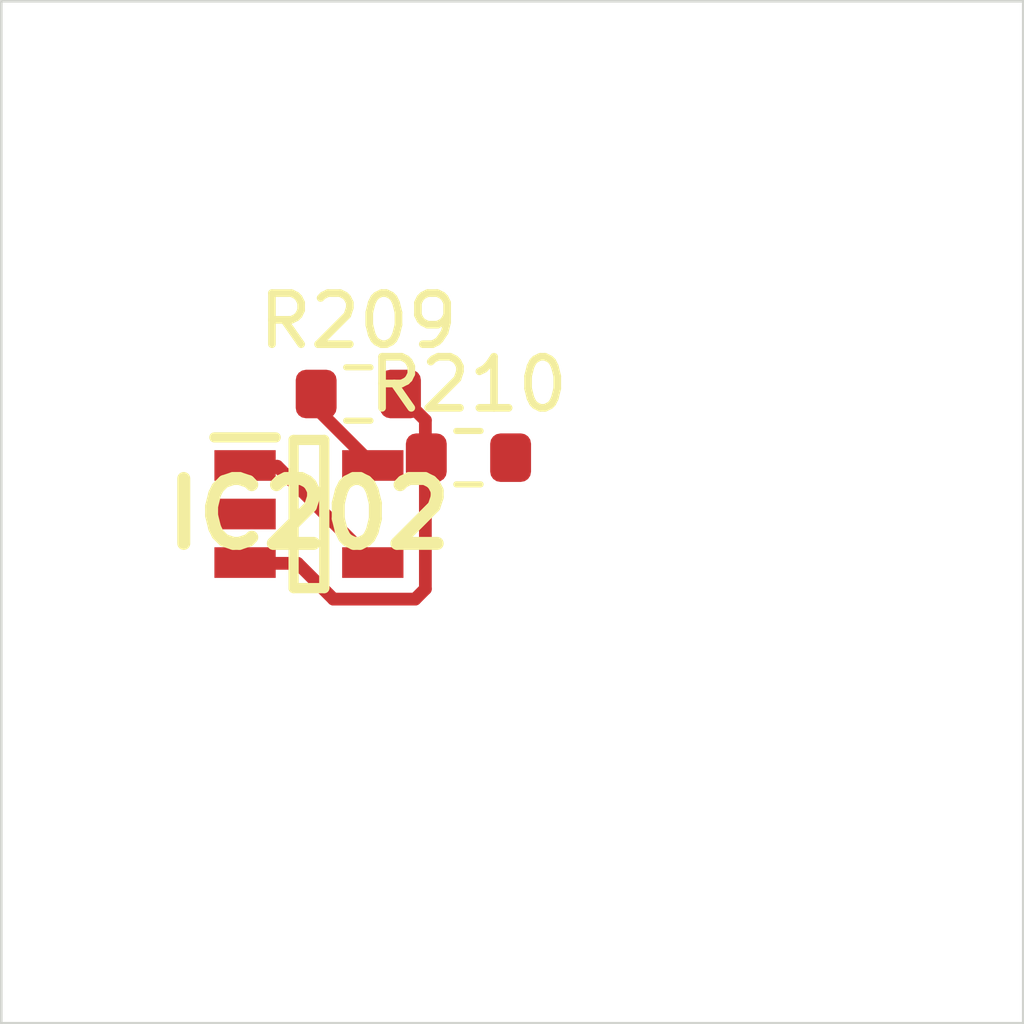
<source format=kicad_pcb>
 ( kicad_pcb  ( version 20171130 )
 ( host pcbnew 5.1.12-84ad8e8a86~92~ubuntu18.04.1 )
 ( general  ( thickness 1.6 )
 ( drawings 4 )
 ( tracks 0 )
 ( zones 0 )
 ( modules 3 )
 ( nets 5 )
)
 ( page A4 )
 ( layers  ( 0 F.Cu signal )
 ( 31 B.Cu signal )
 ( 32 B.Adhes user )
 ( 33 F.Adhes user )
 ( 34 B.Paste user )
 ( 35 F.Paste user )
 ( 36 B.SilkS user )
 ( 37 F.SilkS user )
 ( 38 B.Mask user )
 ( 39 F.Mask user )
 ( 40 Dwgs.User user )
 ( 41 Cmts.User user )
 ( 42 Eco1.User user )
 ( 43 Eco2.User user )
 ( 44 Edge.Cuts user )
 ( 45 Margin user )
 ( 46 B.CrtYd user )
 ( 47 F.CrtYd user )
 ( 48 B.Fab user )
 ( 49 F.Fab user )
)
 ( setup  ( last_trace_width 0.25 )
 ( trace_clearance 0.2 )
 ( zone_clearance 0.508 )
 ( zone_45_only no )
 ( trace_min 0.2 )
 ( via_size 0.8 )
 ( via_drill 0.4 )
 ( via_min_size 0.4 )
 ( via_min_drill 0.3 )
 ( uvia_size 0.3 )
 ( uvia_drill 0.1 )
 ( uvias_allowed no )
 ( uvia_min_size 0.2 )
 ( uvia_min_drill 0.1 )
 ( edge_width 0.05 )
 ( segment_width 0.2 )
 ( pcb_text_width 0.3 )
 ( pcb_text_size 1.5 1.5 )
 ( mod_edge_width 0.12 )
 ( mod_text_size 1 1 )
 ( mod_text_width 0.15 )
 ( pad_size 1.524 1.524 )
 ( pad_drill 0.762 )
 ( pad_to_mask_clearance 0 )
 ( aux_axis_origin 0 0 )
 ( visible_elements FFFFFF7F )
 ( pcbplotparams  ( layerselection 0x010fc_ffffffff )
 ( usegerberextensions false )
 ( usegerberattributes true )
 ( usegerberadvancedattributes true )
 ( creategerberjobfile true )
 ( excludeedgelayer true )
 ( linewidth 0.100000 )
 ( plotframeref false )
 ( viasonmask false )
 ( mode 1 )
 ( useauxorigin false )
 ( hpglpennumber 1 )
 ( hpglpenspeed 20 )
 ( hpglpendiameter 15.000000 )
 ( psnegative false )
 ( psa4output false )
 ( plotreference true )
 ( plotvalue true )
 ( plotinvisibletext false )
 ( padsonsilk false )
 ( subtractmaskfromsilk false )
 ( outputformat 1 )
 ( mirror false )
 ( drillshape 1 )
 ( scaleselection 1 )
 ( outputdirectory "" )
)
)
 ( net 0 "" )
 ( net 1 GND )
 ( net 2 VDDA )
 ( net 3 /Sheet6235D886/vp )
 ( net 4 "Net-(IC202-Pad3)" )
 ( net_class Default "This is the default net class."  ( clearance 0.2 )
 ( trace_width 0.25 )
 ( via_dia 0.8 )
 ( via_drill 0.4 )
 ( uvia_dia 0.3 )
 ( uvia_drill 0.1 )
 ( add_net /Sheet6235D886/vp )
 ( add_net GND )
 ( add_net "Net-(IC202-Pad3)" )
 ( add_net VDDA )
)
 ( module SOT95P280X145-5N locked  ( layer F.Cu )
 ( tedit 62336ED7 )
 ( tstamp 623423ED )
 ( at 86.020900 110.035000 )
 ( descr DBV0005A )
 ( tags "Integrated Circuit" )
 ( path /6235D887/6266C08E )
 ( attr smd )
 ( fp_text reference IC202  ( at 0 0 )
 ( layer F.SilkS )
 ( effects  ( font  ( size 1.27 1.27 )
 ( thickness 0.254 )
)
)
)
 ( fp_text value TL071HIDBVR  ( at 0 0 )
 ( layer F.SilkS )
hide  ( effects  ( font  ( size 1.27 1.27 )
 ( thickness 0.254 )
)
)
)
 ( fp_line  ( start -1.85 -1.5 )
 ( end -0.65 -1.5 )
 ( layer F.SilkS )
 ( width 0.2 )
)
 ( fp_line  ( start -0.3 1.45 )
 ( end -0.3 -1.45 )
 ( layer F.SilkS )
 ( width 0.2 )
)
 ( fp_line  ( start 0.3 1.45 )
 ( end -0.3 1.45 )
 ( layer F.SilkS )
 ( width 0.2 )
)
 ( fp_line  ( start 0.3 -1.45 )
 ( end 0.3 1.45 )
 ( layer F.SilkS )
 ( width 0.2 )
)
 ( fp_line  ( start -0.3 -1.45 )
 ( end 0.3 -1.45 )
 ( layer F.SilkS )
 ( width 0.2 )
)
 ( fp_line  ( start -0.8 -0.5 )
 ( end 0.15 -1.45 )
 ( layer Dwgs.User )
 ( width 0.1 )
)
 ( fp_line  ( start -0.8 1.45 )
 ( end -0.8 -1.45 )
 ( layer Dwgs.User )
 ( width 0.1 )
)
 ( fp_line  ( start 0.8 1.45 )
 ( end -0.8 1.45 )
 ( layer Dwgs.User )
 ( width 0.1 )
)
 ( fp_line  ( start 0.8 -1.45 )
 ( end 0.8 1.45 )
 ( layer Dwgs.User )
 ( width 0.1 )
)
 ( fp_line  ( start -0.8 -1.45 )
 ( end 0.8 -1.45 )
 ( layer Dwgs.User )
 ( width 0.1 )
)
 ( fp_line  ( start -2.1 1.775 )
 ( end -2.1 -1.775 )
 ( layer Dwgs.User )
 ( width 0.05 )
)
 ( fp_line  ( start 2.1 1.775 )
 ( end -2.1 1.775 )
 ( layer Dwgs.User )
 ( width 0.05 )
)
 ( fp_line  ( start 2.1 -1.775 )
 ( end 2.1 1.775 )
 ( layer Dwgs.User )
 ( width 0.05 )
)
 ( fp_line  ( start -2.1 -1.775 )
 ( end 2.1 -1.775 )
 ( layer Dwgs.User )
 ( width 0.05 )
)
 ( pad 1 smd rect  ( at -1.25 -0.95 90.000000 )
 ( size 0.6 1.2 )
 ( layers F.Cu F.Mask F.Paste )
 ( net 3 /Sheet6235D886/vp )
)
 ( pad 2 smd rect  ( at -1.25 0 90.000000 )
 ( size 0.6 1.2 )
 ( layers F.Cu F.Mask F.Paste )
 ( net 1 GND )
)
 ( pad 3 smd rect  ( at -1.25 0.95 90.000000 )
 ( size 0.6 1.2 )
 ( layers F.Cu F.Mask F.Paste )
 ( net 4 "Net-(IC202-Pad3)" )
)
 ( pad 4 smd rect  ( at 1.25 0.95 90.000000 )
 ( size 0.6 1.2 )
 ( layers F.Cu F.Mask F.Paste )
 ( net 3 /Sheet6235D886/vp )
)
 ( pad 5 smd rect  ( at 1.25 -0.95 90.000000 )
 ( size 0.6 1.2 )
 ( layers F.Cu F.Mask F.Paste )
 ( net 2 VDDA )
)
)
 ( module Resistor_SMD:R_0603_1608Metric  ( layer F.Cu )
 ( tedit 5F68FEEE )
 ( tstamp 62342595 )
 ( at 86.987700 107.686000 )
 ( descr "Resistor SMD 0603 (1608 Metric), square (rectangular) end terminal, IPC_7351 nominal, (Body size source: IPC-SM-782 page 72, https://www.pcb-3d.com/wordpress/wp-content/uploads/ipc-sm-782a_amendment_1_and_2.pdf), generated with kicad-footprint-generator" )
 ( tags resistor )
 ( path /6235D887/623CDBD9 )
 ( attr smd )
 ( fp_text reference R209  ( at 0 -1.43 )
 ( layer F.SilkS )
 ( effects  ( font  ( size 1 1 )
 ( thickness 0.15 )
)
)
)
 ( fp_text value 100k  ( at 0 1.43 )
 ( layer F.Fab )
 ( effects  ( font  ( size 1 1 )
 ( thickness 0.15 )
)
)
)
 ( fp_line  ( start -0.8 0.4125 )
 ( end -0.8 -0.4125 )
 ( layer F.Fab )
 ( width 0.1 )
)
 ( fp_line  ( start -0.8 -0.4125 )
 ( end 0.8 -0.4125 )
 ( layer F.Fab )
 ( width 0.1 )
)
 ( fp_line  ( start 0.8 -0.4125 )
 ( end 0.8 0.4125 )
 ( layer F.Fab )
 ( width 0.1 )
)
 ( fp_line  ( start 0.8 0.4125 )
 ( end -0.8 0.4125 )
 ( layer F.Fab )
 ( width 0.1 )
)
 ( fp_line  ( start -0.237258 -0.5225 )
 ( end 0.237258 -0.5225 )
 ( layer F.SilkS )
 ( width 0.12 )
)
 ( fp_line  ( start -0.237258 0.5225 )
 ( end 0.237258 0.5225 )
 ( layer F.SilkS )
 ( width 0.12 )
)
 ( fp_line  ( start -1.48 0.73 )
 ( end -1.48 -0.73 )
 ( layer F.CrtYd )
 ( width 0.05 )
)
 ( fp_line  ( start -1.48 -0.73 )
 ( end 1.48 -0.73 )
 ( layer F.CrtYd )
 ( width 0.05 )
)
 ( fp_line  ( start 1.48 -0.73 )
 ( end 1.48 0.73 )
 ( layer F.CrtYd )
 ( width 0.05 )
)
 ( fp_line  ( start 1.48 0.73 )
 ( end -1.48 0.73 )
 ( layer F.CrtYd )
 ( width 0.05 )
)
 ( fp_text user %R  ( at 0 0 )
 ( layer F.Fab )
 ( effects  ( font  ( size 0.4 0.4 )
 ( thickness 0.06 )
)
)
)
 ( pad 1 smd roundrect  ( at -0.825 0 )
 ( size 0.8 0.95 )
 ( layers F.Cu F.Mask F.Paste )
 ( roundrect_rratio 0.25 )
 ( net 2 VDDA )
)
 ( pad 2 smd roundrect  ( at 0.825 0 )
 ( size 0.8 0.95 )
 ( layers F.Cu F.Mask F.Paste )
 ( roundrect_rratio 0.25 )
 ( net 4 "Net-(IC202-Pad3)" )
)
 ( model ${KISYS3DMOD}/Resistor_SMD.3dshapes/R_0603_1608Metric.wrl  ( at  ( xyz 0 0 0 )
)
 ( scale  ( xyz 1 1 1 )
)
 ( rotate  ( xyz 0 0 0 )
)
)
)
 ( module Resistor_SMD:R_0603_1608Metric  ( layer F.Cu )
 ( tedit 5F68FEEE )
 ( tstamp 623425A6 )
 ( at 89.143100 108.932000 )
 ( descr "Resistor SMD 0603 (1608 Metric), square (rectangular) end terminal, IPC_7351 nominal, (Body size source: IPC-SM-782 page 72, https://www.pcb-3d.com/wordpress/wp-content/uploads/ipc-sm-782a_amendment_1_and_2.pdf), generated with kicad-footprint-generator" )
 ( tags resistor )
 ( path /6235D887/623CDBDF )
 ( attr smd )
 ( fp_text reference R210  ( at 0 -1.43 )
 ( layer F.SilkS )
 ( effects  ( font  ( size 1 1 )
 ( thickness 0.15 )
)
)
)
 ( fp_text value 100k  ( at 0 1.43 )
 ( layer F.Fab )
 ( effects  ( font  ( size 1 1 )
 ( thickness 0.15 )
)
)
)
 ( fp_line  ( start 1.48 0.73 )
 ( end -1.48 0.73 )
 ( layer F.CrtYd )
 ( width 0.05 )
)
 ( fp_line  ( start 1.48 -0.73 )
 ( end 1.48 0.73 )
 ( layer F.CrtYd )
 ( width 0.05 )
)
 ( fp_line  ( start -1.48 -0.73 )
 ( end 1.48 -0.73 )
 ( layer F.CrtYd )
 ( width 0.05 )
)
 ( fp_line  ( start -1.48 0.73 )
 ( end -1.48 -0.73 )
 ( layer F.CrtYd )
 ( width 0.05 )
)
 ( fp_line  ( start -0.237258 0.5225 )
 ( end 0.237258 0.5225 )
 ( layer F.SilkS )
 ( width 0.12 )
)
 ( fp_line  ( start -0.237258 -0.5225 )
 ( end 0.237258 -0.5225 )
 ( layer F.SilkS )
 ( width 0.12 )
)
 ( fp_line  ( start 0.8 0.4125 )
 ( end -0.8 0.4125 )
 ( layer F.Fab )
 ( width 0.1 )
)
 ( fp_line  ( start 0.8 -0.4125 )
 ( end 0.8 0.4125 )
 ( layer F.Fab )
 ( width 0.1 )
)
 ( fp_line  ( start -0.8 -0.4125 )
 ( end 0.8 -0.4125 )
 ( layer F.Fab )
 ( width 0.1 )
)
 ( fp_line  ( start -0.8 0.4125 )
 ( end -0.8 -0.4125 )
 ( layer F.Fab )
 ( width 0.1 )
)
 ( fp_text user %R  ( at 0 0 )
 ( layer F.Fab )
 ( effects  ( font  ( size 0.4 0.4 )
 ( thickness 0.06 )
)
)
)
 ( pad 2 smd roundrect  ( at 0.825 0 )
 ( size 0.8 0.95 )
 ( layers F.Cu F.Mask F.Paste )
 ( roundrect_rratio 0.25 )
 ( net 1 GND )
)
 ( pad 1 smd roundrect  ( at -0.825 0 )
 ( size 0.8 0.95 )
 ( layers F.Cu F.Mask F.Paste )
 ( roundrect_rratio 0.25 )
 ( net 4 "Net-(IC202-Pad3)" )
)
 ( model ${KISYS3DMOD}/Resistor_SMD.3dshapes/R_0603_1608Metric.wrl  ( at  ( xyz 0 0 0 )
)
 ( scale  ( xyz 1 1 1 )
)
 ( rotate  ( xyz 0 0 0 )
)
)
)
 ( gr_line  ( start 100 100 )
 ( end 100 120 )
 ( layer Edge.Cuts )
 ( width 0.05 )
 ( tstamp 62E770C4 )
)
 ( gr_line  ( start 80 120 )
 ( end 100 120 )
 ( layer Edge.Cuts )
 ( width 0.05 )
 ( tstamp 62E770C0 )
)
 ( gr_line  ( start 80 100 )
 ( end 100 100 )
 ( layer Edge.Cuts )
 ( width 0.05 )
 ( tstamp 6234110C )
)
 ( gr_line  ( start 80 100 )
 ( end 80 120 )
 ( layer Edge.Cuts )
 ( width 0.05 )
)
 ( segment  ( start 86.200001 107.700002 )
 ( end 86.200001 108.000002 )
 ( width 0.250000 )
 ( layer F.Cu )
 ( net 2 )
)
 ( segment  ( start 86.200001 108.000002 )
 ( end 87.300001 109.100002 )
 ( width 0.250000 )
 ( layer F.Cu )
 ( net 2 )
)
 ( segment  ( start 87.300001 111.000002 )
 ( end 85.400001 109.100002 )
 ( width 0.250000 )
 ( layer F.Cu )
 ( net 3 )
)
 ( segment  ( start 85.400001 109.100002 )
 ( end 84.800001 109.100002 )
 ( width 0.250000 )
 ( layer F.Cu )
 ( net 3 )
)
 ( segment  ( start 87.800001 107.700002 )
 ( end 88.300001 108.200002 )
 ( width 0.250000 )
 ( layer F.Cu )
 ( net 4 )
)
 ( segment  ( start 88.300001 108.200002 )
 ( end 88.300001 111.500002 )
 ( width 0.250000 )
 ( layer F.Cu )
 ( net 4 )
)
 ( segment  ( start 88.300001 111.500002 )
 ( end 88.100001 111.700002 )
 ( width 0.250000 )
 ( layer F.Cu )
 ( net 4 )
)
 ( segment  ( start 88.100001 111.700002 )
 ( end 86.500001 111.700002 )
 ( width 0.250000 )
 ( layer F.Cu )
 ( net 4 )
)
 ( segment  ( start 86.500001 111.700002 )
 ( end 85.800001 111.000002 )
 ( width 0.250000 )
 ( layer F.Cu )
 ( net 4 )
)
 ( segment  ( start 85.800001 111.000002 )
 ( end 84.800001 111.000002 )
 ( width 0.250000 )
 ( layer F.Cu )
 ( net 4 )
)
)

</source>
